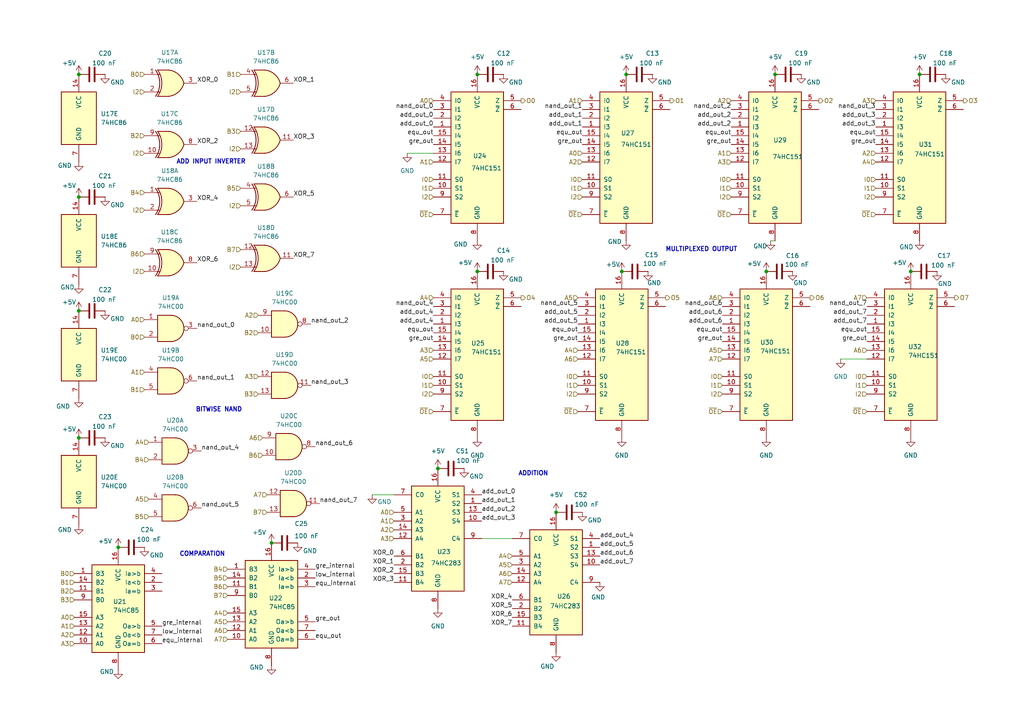
<source format=kicad_sch>
(kicad_sch (version 20250114) (generator "eeschema") (generator_version "9.0")
  (paper "A4")
  (title_block (title "ALU") (date "2025-09-14") (rev "1") (company "Sergio Miguéns Iglesias"))
  (lib_symbols
    (symbol "74xx:74HC00" (pin_names (offset 1.016))
      (property "Reference" "U" (at 0 1.27 0))
      (property "Value" "74HC00" (at 0 -1.27 0))
      (symbol "74HC00_1_1"
        (pin input line (at -7.62 2.54 0) (length 3.81) (name "~") (number "1"))
        (pin input line (at -7.62 -2.54 0) (length 3.81) (name "~") (number "2"))
        (pin output inverted (at 7.62 0 180) (length 3.81) (name "~") (number "3"))
      )
      (symbol "74HC00_1_2"
        (pin input inverted (at -7.62 2.54 0) (length 4.318) (name "~") (number "1"))
        (pin input inverted (at -7.62 -2.54 0) (length 4.318) (name "~") (number "2"))
        (pin output line (at 7.62 0 180) (length 3.81) (name "~") (number "3"))
      )
      (symbol "74HC00_2_1"
        (pin input line (at -7.62 2.54 0) (length 3.81) (name "~") (number "4"))
        (pin input line (at -7.62 -2.54 0) (length 3.81) (name "~") (number "5"))
        (pin output inverted (at 7.62 0 180) (length 3.81) (name "~") (number "6"))
      )
      (symbol "74HC00_2_2"
        (pin input inverted (at -7.62 2.54 0) (length 4.318) (name "~") (number "4"))
        (pin input inverted (at -7.62 -2.54 0) (length 4.318) (name "~") (number "5"))
        (pin output line (at 7.62 0 180) (length 3.81) (name "~") (number "6"))
      )
      (symbol "74HC00_3_1"
        (pin input line (at -7.62 2.54 0) (length 3.81) (name "~") (number "9"))
        (pin input line (at -7.62 -2.54 0) (length 3.81) (name "~") (number "10"))
        (pin output inverted (at 7.62 0 180) (length 3.81) (name "~") (number "8"))
      )
      (symbol "74HC00_3_2"
        (pin input inverted (at -7.62 2.54 0) (length 4.318) (name "~") (number "9"))
        (pin input inverted (at -7.62 -2.54 0) (length 4.318) (name "~") (number "10"))
        (pin output line (at 7.62 0 180) (length 3.81) (name "~") (number "8"))
      )
      (symbol "74HC00_4_1"
        (pin input line (at -7.62 2.54 0) (length 3.81) (name "~") (number "12"))
        (pin input line (at -7.62 -2.54 0) (length 3.81) (name "~") (number "13"))
        (pin output inverted (at 7.62 0 180) (length 3.81) (name "~") (number "11"))
      )
      (symbol "74HC00_4_2"
        (pin input inverted (at -7.62 2.54 0) (length 4.318) (name "~") (number "12"))
        (pin input inverted (at -7.62 -2.54 0) (length 4.318) (name "~") (number "13"))
        (pin output line (at 7.62 0 180) (length 3.81) (name "~") (number "11"))
      )
      (symbol "74HC00_5_0"
        (pin power_in line (at 0 12.7 270) (length 5.08) (name "VCC") (number "14"))
        (pin power_in line (at 0 -12.7 90) (length 5.08) (name "GND") (number "7"))
      )
    )
    (symbol "74xx:74HC85" (pin_names (offset 1.016))
      (property "Reference" "U" (at -7.62 13.97 0))
      (property "Value" "74HC85" (at -7.62 -13.97 0))
      (symbol "74HC85_1_0"
        (pin input line (at -12.7 10.16 0) (length 5.08) (name "B3") (number "1"))
        (pin input line (at -12.7 7.62 0) (length 5.08) (name "B2") (number "14"))
        (pin input line (at -12.7 5.08 0) (length 5.08) (name "B1") (number "11"))
        (pin input line (at -12.7 2.54 0) (length 5.08) (name "B0") (number "9"))
        (pin input line (at -12.7 -2.54 0) (length 5.08) (name "A3") (number "15"))
        (pin input line (at -12.7 -5.08 0) (length 5.08) (name "A2") (number "13"))
        (pin input line (at -12.7 -7.62 0) (length 5.08) (name "A1") (number "12"))
        (pin input line (at -12.7 -10.16 0) (length 5.08) (name "A0") (number "10"))
        (pin power_in line (at 0 17.78 270) (length 5.08) (name "VCC") (number "16"))
        (pin power_in line (at 0 -17.78 90) (length 5.08) (name "GND") (number "8"))
        (pin input line (at 12.7 10.16 180) (length 5.08) (name "Ia>b") (number "4"))
        (pin input line (at 12.7 7.62 180) (length 5.08) (name "Ia<b") (number "2"))
        (pin input line (at 12.7 5.08 180) (length 5.08) (name "Ia=b") (number "3"))
        (pin output line (at 12.7 -5.08 180) (length 5.08) (name "Oa>b") (number "5"))
        (pin output line (at 12.7 -7.62 180) (length 5.08) (name "Oa<b") (number "7"))
        (pin output line (at 12.7 -10.16 180) (length 5.08) (name "Oa=b") (number "6"))
      )
    )
    (symbol "74xx:74HC86" (pin_names (offset 1.016))
      (property "Reference" "U" (at 0 1.27 0))
      (property "Value" "74HC86" (at 0 -1.27 0))
      (symbol "74HC86_1_0"
        (pin input line (at -7.62 2.54 0) (length 4.445) (name "~") (number "1"))
        (pin input line (at -7.62 -2.54 0) (length 4.445) (name "~") (number "2"))
        (pin output line (at 7.62 0 180) (length 3.81) (name "~") (number "3"))
      )
      (symbol "74HC86_2_0"
        (pin input line (at -7.62 2.54 0) (length 4.445) (name "~") (number "4"))
        (pin input line (at -7.62 -2.54 0) (length 4.445) (name "~") (number "5"))
        (pin output line (at 7.62 0 180) (length 3.81) (name "~") (number "6"))
      )
      (symbol "74HC86_3_0"
        (pin input line (at -7.62 2.54 0) (length 4.445) (name "~") (number "9"))
        (pin input line (at -7.62 -2.54 0) (length 4.445) (name "~") (number "10"))
        (pin output line (at 7.62 0 180) (length 3.81) (name "~") (number "8"))
      )
      (symbol "74HC86_4_0"
        (pin input line (at -7.62 2.54 0) (length 4.445) (name "~") (number "12"))
        (pin input line (at -7.62 -2.54 0) (length 4.445) (name "~") (number "13"))
        (pin output line (at 7.62 0 180) (length 3.81) (name "~") (number "11"))
      )
      (symbol "74HC86_5_0"
        (pin power_in line (at 0 12.7 270) (length 5.08) (name "VCC") (number "14"))
        (pin power_in line (at 0 -12.7 90) (length 5.08) (name "GND") (number "7"))
      )
    )
    (symbol "74xx:74LS151" (pin_names (offset 1.016))
      (property "Reference" "U" (at -7.62 19.05 0))
      (property "Value" "74LS151" (at -7.62 -21.59 0))
      (symbol "74LS151_1_0"
        (pin input line (at -12.7 15.24 0) (length 5.08) (name "I0") (number "4"))
        (pin input line (at -12.7 12.7 0) (length 5.08) (name "I1") (number "3"))
        (pin input line (at -12.7 10.16 0) (length 5.08) (name "I2") (number "2"))
        (pin input line (at -12.7 7.62 0) (length 5.08) (name "I3") (number "1"))
        (pin input line (at -12.7 5.08 0) (length 5.08) (name "I4") (number "15"))
        (pin input line (at -12.7 2.54 0) (length 5.08) (name "I5") (number "14"))
        (pin input line (at -12.7 0 0) (length 5.08) (name "I6") (number "13"))
        (pin input line (at -12.7 -2.54 0) (length 5.08) (name "I7") (number "12"))
        (pin input line (at -12.7 -7.62 0) (length 5.08) (name "S0") (number "11"))
        (pin input line (at -12.7 -10.16 0) (length 5.08) (name "S1") (number "10"))
        (pin input line (at -12.7 -12.7 0) (length 5.08) (name "S2") (number "9"))
        (pin input line (at -12.7 -17.78 0) (length 5.08) (name "~{E}") (number "7"))
        (pin power_in line (at 0 22.86 270) (length 5.08) (name "VCC") (number "16"))
        (pin power_in line (at 0 -25.4 90) (length 5.08) (name "GND") (number "8"))
        (pin output line (at 12.7 15.24 180) (length 5.08) (name "Z") (number "5"))
        (pin output line (at 12.7 12.7 180) (length 5.08) (name "~{Z}") (number "6"))
      )
    )
    (symbol "Device:C" (pin_numbers (hide yes)) (pin_names (offset 0.254))
      (property "Reference" "C" (at 0.635 2.54 0))
      (property "Value" "C" (at 0.635 -2.54 0))
      (symbol "C_1_1"
        (pin passive line (at 0 3.81 270) (length 2.794) (name "~") (number "1"))
        (pin passive line (at 0 -3.81 90) (length 2.794) (name "~") (number "2"))
      )
    )
    (symbol "custom:74HC283" (pin_names (offset 1.016))
      (property "Reference" "U" (at -7.62 16.51 0))
      (property "Value" "74HC283" (at -7.62 -16.51 0))
      (symbol "74HC283_1_0"
        (pin input line (at -12.7 12.7 0) (length 5.08) (name "C0") (number "7"))
        (pin input line (at -12.7 7.62 0) (length 5.08) (name "A1") (number "5"))
        (pin input line (at -12.7 5.08 0) (length 5.08) (name "A2") (number "3"))
        (pin input line (at -12.7 2.54 0) (length 5.08) (name "A3") (number "14"))
        (pin input line (at -12.7 0 0) (length 5.08) (name "A4") (number "12"))
        (pin input line (at -12.7 -5.08 0) (length 5.08) (name "B1") (number "6"))
        (pin input line (at -12.7 -7.62 0) (length 5.08) (name "B2") (number "2"))
        (pin input line (at -12.7 -10.16 0) (length 5.08) (name "B3") (number "15"))
        (pin input line (at -12.7 -12.7 0) (length 5.08) (name "B4") (number "11"))
        (pin power_in line (at 0 20.32 270) (length 5.08) (name "VCC") (number "16"))
        (pin power_in line (at 0 -20.32 90) (length 5.08) (name "GND") (number "8"))
        (pin output line (at 12.7 12.7 180) (length 5.08) (name "S1") (number "4"))
        (pin output line (at 12.7 10.16 180) (length 5.08) (name "S2") (number "1"))
        (pin output line (at 12.7 7.62 180) (length 5.08) (name "S3") (number "13"))
        (pin output line (at 12.7 5.08 180) (length 5.08) (name "S4") (number "10"))
        (pin output line (at 12.7 0 180) (length 5.08) (name "C4") (number "9"))
      )
    )
    (symbol "power:+5V" (power) (pin_numbers (hide yes)) (pin_names (offset 0) (hide yes))
      (property "Value" "+5V" (at 0 3.556 0))
      (symbol "+5V_1_1"
        (pin power_in line (at 0 0 90) (length 0) (name "~") (number "1"))
      )
    )
    (symbol "power:GND" (power) (pin_numbers (hide yes)) (pin_names (offset 0) (hide yes))
      (property "Value" "GND" (at 0 -3.81 0))
      (symbol "GND_1_1"
        (pin power_in line (at 0 0 270) (length 0) (name "~") (number "1"))
      )
    )
  )
  (text "BITWISE NAND" (at 63.5 118.872 0) (effects (font (size 1.27 1.27) (thickness 0.254) (bold yes))))
  (text "MULTIPLEXED OUTPUT" (at 203.454 72.39 0) (effects (font (size 1.27 1.27) (thickness 0.254) (bold yes))))
  (text "COMPARATION" (at 58.674 160.782 0) (effects (font (size 1.27 1.27) (thickness 0.254) (bold yes))))
  (text "ADDITION" (at 154.686 137.414 0) (effects (font (size 1.27 1.27) (thickness 0.254) (bold yes))))
  (text "ADD INPUT INVERTER" (at 61.214 46.99 0) (effects (font (size 1.27 1.27) (thickness 0.254) (bold yes))))
  (junction (at 22.86 21.59))
  (junction (at 266.7 21.59))
  (junction (at 161.29 148.59))
  (junction (at 138.43 78.74))
  (junction (at 138.43 21.59))
  (junction (at 22.86 57.15))
  (junction (at 264.16 78.74))
  (junction (at 34.29 158.75))
  (junction (at 78.74 157.48))
  (junction (at 181.61 21.59))
  (junction (at 22.86 127))
  (junction (at 180.34 78.74))
  (junction (at 127 135.89))
  (junction (at 224.79 21.59))
  (junction (at 222.25 78.74))
  (junction (at 22.86 90.17))
  (wire (pts (xy 243.84 104.14) (xy 251.46 104.14)))
  (wire (pts (xy 107.95 143.51) (xy 114.3 143.51)))
  (wire (pts (xy 223.52 69.85) (xy 224.79 69.85)))
  (wire (pts (xy 118.11 44.45) (xy 125.73 44.45)))
  (wire (pts (xy 139.7 156.21) (xy 148.59 156.21)))
  (label "add_out_4" (at 125.73 93.98 180))
  (label "gre_internal" (at 46.99 181.61 0))
  (label "add_out_0" (at 139.7 143.51 0))
  (label "nand_out_6" (at 209.55 88.9 180))
  (label "nand_out_5" (at 167.64 88.9 180))
  (label "nand_out_2" (at 212.09 31.75 180))
  (label "nand_out_2" (at 90.17 93.98 0))
  (label "XOR_4" (at 57.15 58.42 0))
  (label "XOR_2" (at 57.15 41.91 0))
  (label "gre_internal" (at 91.44 165.1 0))
  (label "XOR_1" (at 85.09 24.13 0))
  (label "add_out_7" (at 251.46 93.98 180))
  (label "gre_out" (at 254 41.91 180))
  (label "add_out_1" (at 168.91 34.29 180))
  (label "XOR_4" (at 148.59 173.99 180))
  (label "equ_out" (at 125.73 39.37 180))
  (label "equ_out" (at 125.73 96.52 180))
  (label "XOR_3" (at 85.09 40.64 0))
  (label "nand_out_0" (at 125.73 31.75 180))
  (label "nand_out_3" (at 254 31.75 180))
  (label "add_out_4" (at 173.99 156.21 0))
  (label "add_out_5" (at 173.99 158.75 0))
  (label "low_internal" (at 46.99 184.15 0))
  (label "nand_out_5" (at 58.42 147.32 0))
  (label "add_out_7" (at 173.99 163.83 0))
  (label "XOR_5" (at 85.09 57.15 0))
  (label "equ_out" (at 251.46 96.52 180))
  (label "gre_out" (at 125.73 41.91 180))
  (label "add_out_7" (at 251.46 91.44 180))
  (label "gre_out" (at 91.44 180.34 0))
  (label "add_out_1" (at 139.7 146.05 0))
  (label "XOR_6" (at 148.59 179.07 180))
  (label "add_out_6" (at 209.55 91.44 180))
  (label "equ_out" (at 168.91 39.37 180))
  (label "nand_out_7" (at 92.71 146.05 0))
  (label "XOR_5" (at 148.59 176.53 180))
  (label "add_out_0" (at 125.73 36.83 180))
  (label "equ_out" (at 167.64 96.52 180))
  (label "nand_out_3" (at 90.17 111.76 0))
  (label "low_internal" (at 91.44 167.64 0))
  (label "equ_out" (at 91.44 185.42 0))
  (label "gre_out" (at 251.46 99.06 180))
  (label "nand_out_4" (at 125.73 88.9 180))
  (label "gre_out" (at 167.64 99.06 180))
  (label "gre_out" (at 168.91 41.91 180))
  (label "add_out_3" (at 254 36.83 180))
  (label "equ_out" (at 254 39.37 180))
  (label "equ_out" (at 209.55 96.52 180))
  (label "add_out_4" (at 125.73 91.44 180))
  (label "add_out_3" (at 139.7 151.13 0))
  (label "add_out_6" (at 173.99 161.29 0))
  (label "XOR_0" (at 114.3 161.29 180))
  (label "nand_out_4" (at 58.42 130.81 0))
  (label "add_out_2" (at 212.09 36.83 180))
  (label "gre_out" (at 212.09 41.91 180))
  (label "nand_out_7" (at 251.46 88.9 180))
  (label "XOR_3" (at 114.3 168.91 180))
  (label "XOR_1" (at 114.3 163.83 180))
  (label "equ_internal" (at 46.99 186.69 0))
  (label "add_out_2" (at 212.09 34.29 180))
  (label "add_out_3" (at 254 34.29 180))
  (label "add_out_5" (at 167.64 91.44 180))
  (label "add_out_5" (at 167.64 93.98 180))
  (label "nand_out_1" (at 57.15 110.49 0))
  (label "add_out_1" (at 168.91 36.83 180))
  (label "add_out_2" (at 139.7 148.59 0))
  (label "gre_out" (at 209.55 99.06 180))
  (label "XOR_6" (at 57.15 76.2 0))
  (label "XOR_2" (at 114.3 166.37 180))
  (label "add_out_0" (at 125.73 34.29 180))
  (label "add_out_6" (at 209.55 93.98 180))
  (label "gre_out" (at 125.73 99.06 180))
  (label "nand_out_0" (at 57.15 95.25 0))
  (label "XOR_7" (at 85.09 74.93 0))
  (label "nand_out_6" (at 91.44 129.54 0))
  (label "equ_out" (at 212.09 39.37 180))
  (label "nand_out_1" (at 168.91 31.75 180))
  (label "XOR_7" (at 148.59 181.61 180))
  (label "equ_internal" (at 91.44 170.18 0))
  (label "XOR_0" (at 57.15 24.13 0))
  (hierarchical_label "I2" (shape input) (at 69.85 77.47 180))
  (hierarchical_label "A1" (shape input) (at 125.73 46.99 180))
  (hierarchical_label "A3" (shape input) (at 114.3 156.21 180))
  (hierarchical_label "B7" (shape input) (at 69.85 72.39 180))
  (hierarchical_label "A6" (shape input) (at 76.2 127 180))
  (hierarchical_label "A4" (shape input) (at 43.18 128.27 180))
  (hierarchical_label "A5" (shape input) (at 125.73 104.14 180))
  (hierarchical_label "B3" (shape input) (at 74.93 114.3 180))
  (hierarchical_label "A5" (shape input) (at 167.64 86.36 180))
  (hierarchical_label "A6" (shape input) (at 66.04 182.88 180))
  (hierarchical_label "O0" (shape output) (at 151.13 29.21 0))
  (hierarchical_label "A7" (shape input) (at 251.46 86.36 180))
  (hierarchical_label "~{OE}" (shape input) (at 125.73 62.23 180))
  (hierarchical_label "B3" (shape input) (at 69.85 38.1 180))
  (hierarchical_label "B2" (shape input) (at 74.93 96.52 180))
  (hierarchical_label "A3" (shape input) (at 125.73 101.6 180))
  (hierarchical_label "I0" (shape input) (at 167.64 109.22 180))
  (hierarchical_label "I1" (shape input) (at 212.09 54.61 180))
  (hierarchical_label "B6" (shape input) (at 66.04 170.18 180))
  (hierarchical_label "A1" (shape input) (at 212.09 44.45 180))
  (hierarchical_label "A4" (shape input) (at 167.64 101.6 180))
  (hierarchical_label "B0" (shape input) (at 21.59 166.37 180))
  (hierarchical_label "~{OE}" (shape input) (at 167.64 119.38 180))
  (hierarchical_label "I1" (shape input) (at 254 54.61 180))
  (hierarchical_label "B3" (shape input) (at 21.59 173.99 180))
  (hierarchical_label "I0" (shape input) (at 254 52.07 180))
  (hierarchical_label "O5" (shape output) (at 193.04 86.36 0))
  (hierarchical_label "A4" (shape input) (at 148.59 161.29 180))
  (hierarchical_label "A7" (shape input) (at 77.47 143.51 180))
  (hierarchical_label "O4" (shape output) (at 151.13 86.36 0))
  (hierarchical_label "I2" (shape input) (at 212.09 57.15 180))
  (hierarchical_label "~{OE}" (shape input) (at 254 62.23 180))
  (hierarchical_label "B4" (shape input) (at 66.04 165.1 180))
  (hierarchical_label "A7" (shape input) (at 148.59 168.91 180))
  (hierarchical_label "I2" (shape input) (at 168.91 57.15 180))
  (hierarchical_label "A4" (shape input) (at 66.04 177.8 180))
  (hierarchical_label "I2" (shape input) (at 125.73 57.15 180))
  (hierarchical_label "A3" (shape input) (at 212.09 46.99 180))
  (hierarchical_label "B5" (shape input) (at 69.85 54.61 180))
  (hierarchical_label "B6" (shape input) (at 76.2 132.08 180))
  (hierarchical_label "I2" (shape input) (at 69.85 43.18 180))
  (hierarchical_label "A0" (shape input) (at 168.91 44.45 180))
  (hierarchical_label "B0" (shape input) (at 41.91 21.59 180))
  (hierarchical_label "~{OE}" (shape input) (at 125.73 119.38 180))
  (hierarchical_label "A0" (shape input) (at 125.73 29.21 180))
  (hierarchical_label "~{OE}" (shape input) (at 251.46 119.38 180))
  (hierarchical_label "I0" (shape input) (at 251.46 109.22 180))
  (hierarchical_label "B5" (shape input) (at 66.04 167.64 180))
  (hierarchical_label "A5" (shape input) (at 43.18 144.78 180))
  (hierarchical_label "I2" (shape input) (at 125.73 114.3 180))
  (hierarchical_label "O1" (shape output) (at 194.31 29.21 0))
  (hierarchical_label "I1" (shape input) (at 125.73 111.76 180))
  (hierarchical_label "B4" (shape input) (at 43.18 133.35 180))
  (hierarchical_label "I1" (shape input) (at 167.64 111.76 180))
  (hierarchical_label "I0" (shape input) (at 209.55 109.22 180))
  (hierarchical_label "I2" (shape input) (at 41.91 26.67 180))
  (hierarchical_label "O3" (shape output) (at 279.4 29.21 0))
  (hierarchical_label "A2" (shape input) (at 21.59 184.15 180))
  (hierarchical_label "I2" (shape input) (at 41.91 78.74 180))
  (hierarchical_label "A6" (shape input) (at 251.46 101.6 180))
  (hierarchical_label "A3" (shape input) (at 254 29.21 180))
  (hierarchical_label "~{OE}" (shape input) (at 209.55 119.38 180))
  (hierarchical_label "I2" (shape input) (at 41.91 60.96 180))
  (hierarchical_label "B2" (shape input) (at 21.59 171.45 180))
  (hierarchical_label "~{OE}" (shape input) (at 212.09 62.23 180))
  (hierarchical_label "I2" (shape input) (at 41.91 44.45 180))
  (hierarchical_label "A5" (shape input) (at 148.59 163.83 180))
  (hierarchical_label "A5" (shape input) (at 66.04 180.34 180))
  (hierarchical_label "B1" (shape input) (at 21.59 168.91 180))
  (hierarchical_label "A1" (shape input) (at 114.3 151.13 180))
  (hierarchical_label "I2" (shape input) (at 69.85 26.67 180))
  (hierarchical_label "A7" (shape input) (at 66.04 185.42 180))
  (hierarchical_label "A3" (shape input) (at 74.93 109.22 180))
  (hierarchical_label "A6" (shape input) (at 209.55 86.36 180))
  (hierarchical_label "B4" (shape input) (at 41.91 55.88 180))
  (hierarchical_label "I1" (shape input) (at 251.46 111.76 180))
  (hierarchical_label "I0" (shape input) (at 125.73 52.07 180))
  (hierarchical_label "A2" (shape input) (at 74.93 91.44 180))
  (hierarchical_label "A0" (shape input) (at 41.91 92.71 180))
  (hierarchical_label "A2" (shape input) (at 114.3 153.67 180))
  (hierarchical_label "A4" (shape input) (at 254 46.99 180))
  (hierarchical_label "O7" (shape output) (at 276.86 86.36 0))
  (hierarchical_label "I2" (shape input) (at 254 57.15 180))
  (hierarchical_label "A2" (shape input) (at 254 44.45 180))
  (hierarchical_label "I1" (shape input) (at 125.73 54.61 180))
  (hierarchical_label "A6" (shape input) (at 148.59 166.37 180))
  (hierarchical_label "A1" (shape input) (at 168.91 29.21 180))
  (hierarchical_label "A2" (shape input) (at 212.09 29.21 180))
  (hierarchical_label "O2" (shape output) (at 237.49 29.21 0))
  (hierarchical_label "~{OE}" (shape input) (at 168.91 62.23 180))
  (hierarchical_label "A0" (shape input) (at 21.59 179.07 180))
  (hierarchical_label "B7" (shape input) (at 77.47 148.59 180))
  (hierarchical_label "B2" (shape input) (at 41.91 39.37 180))
  (hierarchical_label "B1" (shape input) (at 69.85 21.59 180))
  (hierarchical_label "A2" (shape input) (at 168.91 46.99 180))
  (hierarchical_label "O6" (shape output) (at 234.95 86.36 0))
  (hierarchical_label "I1" (shape input) (at 209.55 111.76 180))
  (hierarchical_label "A4" (shape input) (at 125.73 86.36 180))
  (hierarchical_label "I2" (shape input) (at 251.46 114.3 180))
  (hierarchical_label "I1" (shape input) (at 168.91 54.61 180))
  (hierarchical_label "I2" (shape input) (at 69.85 59.69 180))
  (hierarchical_label "B7" (shape input) (at 66.04 172.72 180))
  (hierarchical_label "I0" (shape input) (at 212.09 52.07 180))
  (hierarchical_label "I0" (shape input) (at 168.91 52.07 180))
  (hierarchical_label "A1" (shape input) (at 21.59 181.61 180))
  (hierarchical_label "B0" (shape input) (at 41.91 97.79 180))
  (hierarchical_label "A5" (shape input) (at 209.55 101.6 180))
  (hierarchical_label "I0" (shape input) (at 125.73 109.22 180))
  (hierarchical_label "B5" (shape input) (at 43.18 149.86 180))
  (hierarchical_label "B6" (shape input) (at 41.91 73.66 180))
  (hierarchical_label "A1" (shape input) (at 41.91 107.95 180))
  (hierarchical_label "A6" (shape input) (at 167.64 104.14 180))
  (hierarchical_label "I2" (shape input) (at 209.55 114.3 180))
  (hierarchical_label "A7" (shape input) (at 209.55 104.14 180))
  (hierarchical_label "I2" (shape input) (at 167.64 114.3 180))
  (hierarchical_label "A3" (shape input) (at 21.59 186.69 180))
  (hierarchical_label "A0" (shape input) (at 114.3 148.59 180))
  (hierarchical_label "B1" (shape input) (at 41.91 113.03 180))
  (symbol (lib_id "power:GND") (at 173.99 168.91 0) (unit 1)
    (property "Reference" "#PWR069" (effects (hide yes)))
    (property "Value" "GND" (at 173.482 173.228 0))
    (property "Description" "Power symbol creates a global label with name \"GND\" , ground" (effects (hide yes)))
  )
  (symbol (lib_id "Device:C") (at 142.24 21.59 90) (unit 1)
    (property "Reference" "C12" (at 146.05 15.494 90))
    (property "Value" "100 nF" (at 145.796 18.288 90))
    (property "Description" "Unpolarized capacitor" (effects (hide yes)))
  )
  (symbol (lib_id "74xx:74LS151") (at 180.34 101.6 0) (unit 1)
    (property "Reference" "U28" (at 178.562 99.568 0) (effects (justify left)))
    (property "Value" "74HC151" (at 178.562 102.108 0) (effects (justify left)))
    (property "Footprint" "Package_DIP:DIP-16_W7.62mm" (effects (hide yes)))
    (property "Datasheet" "http://www.ti.com/lit/gpn/sn74LS151" (effects (hide yes)))
    (property "Description" "Multiplexer 8 to 1" (effects (hide yes)))
  )
  (symbol (lib_id "Device:C") (at 26.67 90.17 90) (unit 1)
    (property "Reference" "C22" (at 30.48 84.074 90))
    (property "Value" "100 nF" (at 30.226 86.868 90))
    (property "Description" "Unpolarized capacitor" (effects (hide yes)))
  )
  (symbol (lib_id "74xx:74HC00") (at 49.53 110.49 0) (unit 2)
    (property "Reference" "U19" (at 49.5217 101.6 0))
    (property "Value" "74HC00" (at 49.5217 104.14 0))
    (property "Footprint" "Package_DIP:DIP-14_W7.62mm" (effects (hide yes)))
    (property "Datasheet" "http://www.ti.com/lit/gpn/sn74hc00" (effects (hide yes)))
    (property "Description" "quad 2-input NAND gate" (effects (hide yes)))
  )
  (symbol (lib_id "power:GND") (at 138.43 69.85 0) (unit 1)
    (property "Reference" "#PWR064" (effects (hide yes)))
    (property "Value" "GND" (at 133.604 70.866 0))
    (property "Description" "Power symbol creates a global label with name \"GND\" , ground" (effects (hide yes)))
  )
  (symbol (lib_id "Device:C") (at 184.15 78.74 90) (unit 1)
    (property "Reference" "C15" (at 188.976 73.914 90))
    (property "Value" "100 nF" (at 189.992 76.454 90))
    (property "Description" "Unpolarized capacitor" (effects (hide yes)))
  )
  (symbol (lib_id "power:GND") (at 146.05 21.59 0) (unit 1)
    (property "Reference" "#PWR061" (effects (hide yes)))
    (property "Value" "GND" (at 149.606 23.876 0))
    (property "Description" "Power symbol creates a global label with name \"GND\" , ground" (effects (hide yes)))
  )
  (symbol (lib_id "power:GND") (at 232.41 21.59 0) (unit 1)
    (property "Reference" "#PWR084" (effects (hide yes)))
    (property "Value" "GND" (at 235.966 23.876 0))
    (property "Description" "Power symbol creates a global label with name \"GND\" , ground" (effects (hide yes)))
  )
  (symbol (lib_id "74xx:74LS151") (at 264.16 101.6 0) (unit 1)
    (property "Reference" "U32" (at 263.398 100.584 0) (effects (justify left)))
    (property "Value" "74HC151" (at 263.398 103.124 0) (effects (justify left)))
    (property "Footprint" "Package_DIP:DIP-16_W7.62mm" (effects (hide yes)))
    (property "Datasheet" "http://www.ti.com/lit/gpn/sn74LS151" (effects (hide yes)))
    (property "Description" "Multiplexer 8 to 1" (effects (hide yes)))
  )
  (symbol (lib_id "74xx:74HC00") (at 50.8 130.81 0) (unit 1)
    (property "Reference" "U20" (at 50.7917 121.92 0))
    (property "Value" "74HC00" (at 50.7917 124.46 0))
    (property "Footprint" "Package_DIP:DIP-14_W7.62mm" (effects (hide yes)))
    (property "Datasheet" "http://www.ti.com/lit/gpn/sn74hc00" (effects (hide yes)))
    (property "Description" "quad 2-input NAND gate" (effects (hide yes)))
  )
  (symbol (lib_id "power:GND") (at 189.23 21.59 0) (unit 1)
    (property "Reference" "#PWR062" (effects (hide yes)))
    (property "Value" "GND" (at 192.786 23.876 0))
    (property "Description" "Power symbol creates a global label with name \"GND\" , ground" (effects (hide yes)))
  )
  (symbol (lib_id "Device:C") (at 185.42 21.59 90) (unit 1)
    (property "Reference" "C13" (at 189.23 15.494 90))
    (property "Value" "100 nF" (at 188.976 18.288 90))
    (property "Description" "Unpolarized capacitor" (effects (hide yes)))
  )
  (symbol (lib_id "power:GND") (at 146.05 78.74 0) (unit 1)
    (property "Reference" "#PWR070" (effects (hide yes)))
    (property "Value" "GND" (at 149.606 81.026 0))
    (property "Description" "Power symbol creates a global label with name \"GND\" , ground" (effects (hide yes)))
  )
  (symbol (lib_id "power:+5V") (at 264.16 78.74 0) (unit 1)
    (property "Reference" "#PWR087" (effects (hide yes)))
    (property "Value" "+5V" (at 260.858 76.2 0))
    (property "Description" "Power symbol creates a global label with name \"+5V\"" (effects (hide yes)))
  )
  (symbol (lib_id "power:GND") (at 222.25 127 0) (unit 1)
    (property "Reference" "#PWR081" (effects (hide yes)))
    (property "Value" "GND" (at 222.25 132.08 0))
    (property "Description" "Power symbol creates a global label with name \"GND\" , ground" (effects (hide yes)))
  )
  (symbol (lib_id "power:GND") (at 138.43 127 0) (unit 1)
    (property "Reference" "#PWR066" (effects (hide yes)))
    (property "Value" "GND" (at 138.43 132.08 0))
    (property "Description" "Power symbol creates a global label with name \"GND\" , ground" (effects (hide yes)))
  )
  (symbol (lib_id "power:GND") (at 127 176.53 0) (unit 1)
    (property "Reference" "#PWR059" (effects (hide yes)))
    (property "Value" "GND" (at 127 181.61 0))
    (property "Description" "Power symbol creates a global label with name \"GND\" , ground" (effects (hide yes)))
  )
  (symbol (lib_id "74xx:74LS151") (at 266.7 44.45 0) (unit 1)
    (property "Reference" "U31" (at 266.446 41.91 0) (effects (justify left)))
    (property "Value" "74HC151" (at 265.176 44.704 0) (effects (justify left)))
    (property "Footprint" "Package_DIP:DIP-16_W7.62mm" (effects (hide yes)))
    (property "Datasheet" "http://www.ti.com/lit/gpn/sn74LS151" (effects (hide yes)))
    (property "Description" "Multiplexer 8 to 1" (effects (hide yes)))
  )
  (symbol (lib_id "power:+5V") (at 138.43 78.74 0) (unit 1)
    (property "Reference" "#PWR065" (effects (hide yes)))
    (property "Value" "+5V" (at 134.874 76.2 0))
    (property "Description" "Power symbol creates a global label with name \"+5V\"" (effects (hide yes)))
  )
  (symbol (lib_id "power:GND") (at 22.86 46.99 0) (unit 1)
    (property "Reference" "#PWR046" (effects (hide yes)))
    (property "Value" "GND" (at 18.796 48.006 0))
    (property "Description" "Power symbol creates a global label with name \"GND\" , ground" (effects (hide yes)))
  )
  (symbol (lib_id "power:GND") (at 271.78 78.74 0) (unit 1)
    (property "Reference" "#PWR077" (effects (hide yes)))
    (property "Value" "GND" (at 274.066 82.296 0))
    (property "Description" "Power symbol creates a global label with name \"GND\" , ground" (effects (hide yes)))
  )
  (symbol (lib_id "power:GND") (at 107.95 143.51 0) (unit 1)
    (property "Reference" "#PWR057" (effects (hide yes)))
    (property "Value" "GND" (at 111.506 145.542 0))
    (property "Description" "Power symbol creates a global label with name \"GND\" , ground" (effects (hide yes)))
  )
  (symbol (lib_id "74xx:74LS151") (at 224.79 44.45 0) (unit 1)
    (property "Reference" "U29" (at 224.282 40.64 0) (effects (justify left)))
    (property "Value" "74HC151" (at 224.028 45.466 0) (effects (justify left)))
    (property "Footprint" "Package_DIP:DIP-16_W7.62mm" (effects (hide yes)))
    (property "Datasheet" "http://www.ti.com/lit/gpn/sn74LS151" (effects (hide yes)))
    (property "Description" "Multiplexer 8 to 1" (effects (hide yes)))
  )
  (symbol (lib_id "power:+5V") (at 22.86 57.15 0) (unit 1)
    (property "Reference" "#PWR047" (effects (hide yes)))
    (property "Value" "+5V" (at 20.066 53.848 0))
    (property "Description" "Power symbol creates a global label with name \"+5V\"" (effects (hide yes)))
  )
  (symbol (lib_id "power:+5V") (at 127 135.89 0) (unit 1)
    (property "Reference" "#PWR058" (effects (hide yes)))
    (property "Value" "+5V" (at 127 130.81 0))
    (property "Description" "Power symbol creates a global label with name \"+5V\"" (effects (hide yes)))
  )
  (symbol (lib_id "power:GND") (at 161.29 189.23 0) (unit 1)
    (property "Reference" "#PWR068" (effects (hide yes)))
    (property "Value" "GND" (at 158.75 193.294 0))
    (property "Description" "Power symbol creates a global label with name \"GND\" , ground" (effects (hide yes)))
  )
  (symbol (lib_id "power:GND") (at 180.34 127 0) (unit 1)
    (property "Reference" "#PWR075" (effects (hide yes)))
    (property "Value" "GND" (at 180.34 132.08 0))
    (property "Description" "Power symbol creates a global label with name \"GND\" , ground" (effects (hide yes)))
  )
  (symbol (lib_id "power:GND") (at 181.61 69.85 0) (unit 1)
    (property "Reference" "#PWR073" (effects (hide yes)))
    (property "Value" "GND" (at 178.308 70.104 0))
    (property "Description" "Power symbol creates a global label with name \"GND\" , ground" (effects (hide yes)))
  )
  (symbol (lib_id "power:GND") (at 41.91 158.75 0) (unit 1)
    (property "Reference" "#PWR0162" (effects (hide yes)))
    (property "Value" "GND" (at 45.466 161.036 0))
    (property "Description" "Power symbol creates a global label with name \"GND\" , ground" (effects (hide yes)))
  )
  (symbol (lib_id "power:GND") (at 30.48 21.59 0) (unit 1)
    (property "Reference" "#PWR0158" (effects (hide yes)))
    (property "Value" "GND" (at 34.036 23.876 0))
    (property "Description" "Power symbol creates a global label with name \"GND\" , ground" (effects (hide yes)))
  )
  (symbol (lib_id "power:GND") (at 78.74 193.04 0) (unit 1)
    (property "Reference" "#PWR056" (effects (hide yes)))
    (property "Value" "GND" (at 74.422 193.548 0))
    (property "Description" "Power symbol creates a global label with name \"GND\" , ground" (effects (hide yes)))
  )
  (symbol (lib_id "74xx:74HC00") (at 22.86 102.87 0) (unit 5)
    (property "Reference" "U19" (at 29.21 101.5999 0) (effects (justify left)))
    (property "Value" "74HC00" (at 29.21 104.1399 0) (effects (justify left)))
    (property "Footprint" "Package_DIP:DIP-14_W7.62mm" (effects (hide yes)))
    (property "Datasheet" "http://www.ti.com/lit/gpn/sn74hc00" (effects (hide yes)))
    (property "Description" "quad 2-input NAND gate" (effects (hide yes)))
  )
  (symbol (lib_id "power:+5V") (at 181.61 21.59 0) (unit 1)
    (property "Reference" "#PWR072" (effects (hide yes)))
    (property "Value" "+5V" (at 181.61 16.51 0))
    (property "Description" "Power symbol creates a global label with name \"+5V\"" (effects (hide yes)))
  )
  (symbol (lib_id "Device:C") (at 142.24 78.74 90) (unit 1)
    (property "Reference" "C14" (at 146.05 72.644 90))
    (property "Value" "100 nF" (at 145.796 75.438 90))
    (property "Description" "Unpolarized capacitor" (effects (hide yes)))
  )
  (symbol (lib_id "74xx:74LS151") (at 181.61 44.45 0) (unit 1)
    (property "Reference" "U27" (at 180.086 38.608 0) (effects (justify left)))
    (property "Value" "74HC151" (at 180.086 41.91 0) (effects (justify left)))
    (property "Footprint" "Package_DIP:DIP-16_W7.62mm" (effects (hide yes)))
    (property "Datasheet" "http://www.ti.com/lit/gpn/sn74LS151" (effects (hide yes)))
    (property "Description" "Multiplexer 8 to 1" (effects (hide yes)))
  )
  (symbol (lib_id "power:GND") (at 86.36 157.48 0) (unit 1)
    (property "Reference" "#PWR0163" (effects (hide yes)))
    (property "Value" "GND" (at 89.916 159.766 0))
    (property "Description" "Power symbol creates a global label with name \"GND\" , ground" (effects (hide yes)))
  )
  (symbol (lib_id "power:GND") (at 22.86 82.55 0) (unit 1)
    (property "Reference" "#PWR048" (effects (hide yes)))
    (property "Value" "GND" (at 19.558 83.312 0))
    (property "Description" "Power symbol creates a global label with name \"GND\" , ground" (effects (hide yes)))
  )
  (symbol (lib_id "custom:74HC283") (at 161.29 168.91 0) (unit 1)
    (property "Reference" "U26" (at 161.544 172.974 0) (effects (justify left)))
    (property "Value" "74HC283" (at 159.512 175.768 0) (effects (justify left)))
    (property "Footprint" "Package_DIP:DIP-16_W7.62mm" (effects (hide yes)))
    (property "Datasheet" "http://www.ti.com/lit/gpn/sn74LS283" (effects (hide yes)))
    (property "Description" "4-bit full Adder" (effects (hide yes)))
  )
  (symbol (lib_id "power:GND") (at 266.7 69.85 0) (unit 1)
    (property "Reference" "#PWR086" (effects (hide yes)))
    (property "Value" "GND" (at 262.89 71.628 0))
    (property "Description" "Power symbol creates a global label with name \"GND\" , ground" (effects (hide yes)))
  )
  (symbol (lib_id "power:+5V") (at 22.86 90.17 0) (unit 1)
    (property "Reference" "#PWR049" (effects (hide yes)))
    (property "Value" "+5V" (at 20.066 87.63 0))
    (property "Description" "Power symbol creates a global label with name \"+5V\"" (effects (hide yes)))
  )
  (symbol (lib_id "74xx:74LS151") (at 138.43 44.45 0) (unit 1)
    (property "Reference" "U24" (at 137.16 45.212 0) (effects (justify left)))
    (property "Value" "74HC151" (at 136.652 48.768 0) (effects (justify left)))
    (property "Footprint" "Package_DIP:DIP-16_W7.62mm" (effects (hide yes)))
    (property "Datasheet" "http://www.ti.com/lit/gpn/sn74LS151" (effects (hide yes)))
    (property "Description" "Multiplexer 8 to 1" (effects (hide yes)))
  )
  (symbol (lib_id "74xx:74HC00") (at 83.82 129.54 0) (unit 3)
    (property "Reference" "U20" (at 83.8117 120.65 0))
    (property "Value" "74HC00" (at 83.8117 123.19 0))
    (property "Footprint" "Package_DIP:DIP-14_W7.62mm" (effects (hide yes)))
    (property "Datasheet" "http://www.ti.com/lit/gpn/sn74hc00" (effects (hide yes)))
    (property "Description" "quad 2-input NAND gate" (effects (hide yes)))
  )
  (symbol (lib_id "power:+5V") (at 161.29 148.59 0) (unit 1)
    (property "Reference" "#PWR067" (effects (hide yes)))
    (property "Value" "+5V" (at 161.29 143.51 0))
    (property "Description" "Power symbol creates a global label with name \"+5V\"" (effects (hide yes)))
  )
  (symbol (lib_id "Device:C") (at 226.06 78.74 90) (unit 1)
    (property "Reference" "C16" (at 229.87 74.168 90))
    (property "Value" "100 nF" (at 231.14 76.708 90))
    (property "Description" "Unpolarized capacitor" (effects (hide yes)))
  )
  (symbol (lib_id "power:GND") (at 118.11 44.45 0) (unit 1)
    (property "Reference" "#PWR060" (effects (hide yes)))
    (property "Value" "GND" (at 118.11 49.53 0))
    (property "Description" "Power symbol creates a global label with name \"GND\" , ground" (effects (hide yes)))
  )
  (symbol (lib_id "74xx:74HC85") (at 34.29 176.53 0) (unit 1)
    (property "Reference" "U21" (at 32.766 174.498 0) (effects (justify left)))
    (property "Value" "74HC85" (at 32.766 177.038 0) (effects (justify left)))
    (property "Footprint" "Package_DIP:DIP-16_W7.62mm" (effects (hide yes)))
    (property "Datasheet" "https://assets.nexperia.com/documents/data-sheet/74HC_HCT85.pdf" (effects (hide yes)))
    (property "Description" "4-bit Comparator" (effects (hide yes)))
  )
  (symbol (lib_id "power:GND") (at 22.86 152.4 0) (unit 1)
    (property "Reference" "#PWR052" (effects (hide yes)))
    (property "Value" "GND" (at 18.796 153.67 0))
    (property "Description" "Power symbol creates a global label with name \"GND\" , ground" (effects (hide yes)))
  )
  (symbol (lib_id "74xx:74HC00") (at 82.55 93.98 0) (unit 3)
    (property "Reference" "U19" (at 82.5417 85.09 0))
    (property "Value" "74HC00" (at 82.5417 87.63 0))
    (property "Footprint" "Package_DIP:DIP-14_W7.62mm" (effects (hide yes)))
    (property "Datasheet" "http://www.ti.com/lit/gpn/sn74hc00" (effects (hide yes)))
    (property "Description" "quad 2-input NAND gate" (effects (hide yes)))
  )
  (symbol (lib_id "74xx:74HC00") (at 85.09 146.05 0) (unit 4)
    (property "Reference" "U20" (at 85.0817 137.16 0))
    (property "Value" "74HC00" (at 85.0817 139.7 0))
    (property "Footprint" "Package_DIP:DIP-14_W7.62mm" (effects (hide yes)))
    (property "Datasheet" "http://www.ti.com/lit/gpn/sn74hc00" (effects (hide yes)))
    (property "Description" "quad 2-input NAND gate" (effects (hide yes)))
  )
  (symbol (lib_id "74xx:74HC86") (at 49.53 58.42 0) (unit 1)
    (property "Reference" "U18" (at 49.2252 49.53 0))
    (property "Value" "74HC86" (at 49.2252 52.07 0))
    (property "Footprint" "Package_DIP:DIP-14_W7.62mm" (effects (hide yes)))
    (property "Datasheet" "http://www.ti.com/lit/gpn/sn74HC86" (effects (hide yes)))
    (property "Description" "Quad 2-input XOR" (effects (hide yes)))
  )
  (symbol (lib_id "74xx:74HC86") (at 49.53 41.91 0) (unit 3)
    (property "Reference" "U17" (at 49.2252 33.02 0))
    (property "Value" "74HC86" (at 49.2252 35.56 0))
    (property "Footprint" "Package_DIP:DIP-14_W7.62mm" (effects (hide yes)))
    (property "Datasheet" "http://www.ti.com/lit/gpn/sn74HC86" (effects (hide yes)))
    (property "Description" "Quad 2-input XOR" (effects (hide yes)))
  )
  (symbol (lib_id "74xx:74HC85") (at 78.74 175.26 0) (unit 1)
    (property "Reference" "U22" (at 77.978 173.482 0) (effects (justify left)))
    (property "Value" "74HC85" (at 77.978 176.022 0) (effects (justify left)))
    (property "Footprint" "Package_DIP:DIP-16_W7.62mm" (effects (hide yes)))
    (property "Datasheet" "https://assets.nexperia.com/documents/data-sheet/74HC_HCT85.pdf" (effects (hide yes)))
    (property "Description" "4-bit Comparator" (effects (hide yes)))
  )
  (symbol (lib_id "74xx:74HC00") (at 22.86 139.7 0) (unit 5)
    (property "Reference" "U20" (at 29.21 138.4299 0) (effects (justify left)))
    (property "Value" "74HC00" (at 29.21 140.9699 0) (effects (justify left)))
    (property "Footprint" "Package_DIP:DIP-14_W7.62mm" (effects (hide yes)))
    (property "Datasheet" "http://www.ti.com/lit/gpn/sn74hc00" (effects (hide yes)))
    (property "Description" "quad 2-input NAND gate" (effects (hide yes)))
  )
  (symbol (lib_id "power:+5V") (at 22.86 127 0) (unit 1)
    (property "Reference" "#PWR051" (effects (hide yes)))
    (property "Value" "+5V" (at 20.066 124.46 0))
    (property "Description" "Power symbol creates a global label with name \"+5V\"" (effects (hide yes)))
  )
  (symbol (lib_id "74xx:74HC86") (at 77.47 40.64 0) (unit 4)
    (property "Reference" "U17" (at 77.1652 31.75 0))
    (property "Value" "74HC86" (at 77.1652 34.29 0))
    (property "Footprint" "Package_DIP:DIP-14_W7.62mm" (effects (hide yes)))
    (property "Datasheet" "http://www.ti.com/lit/gpn/sn74HC86" (effects (hide yes)))
    (property "Description" "Quad 2-input XOR" (effects (hide yes)))
  )
  (symbol (lib_id "power:+5V") (at 180.34 78.74 0) (unit 1)
    (property "Reference" "#PWR074" (effects (hide yes)))
    (property "Value" "+5V" (at 177.8 76.708 0))
    (property "Description" "Power symbol creates a global label with name \"+5V\"" (effects (hide yes)))
  )
  (symbol (lib_id "Device:C") (at 267.97 78.74 90) (unit 1)
    (property "Reference" "C17" (at 273.812 74.168 90))
    (property "Value" "100 nF" (at 273.558 76.962 90))
    (property "Description" "Unpolarized capacitor" (effects (hide yes)))
  )
  (symbol (lib_id "power:GND") (at 274.32 21.59 0) (unit 1)
    (property "Reference" "#PWR083" (effects (hide yes)))
    (property "Value" "GND" (at 277.876 23.876 0))
    (property "Description" "Power symbol creates a global label with name \"GND\" , ground" (effects (hide yes)))
  )
  (symbol (lib_id "Device:C") (at 26.67 57.15 90) (unit 1)
    (property "Reference" "C21" (at 30.48 51.054 90))
    (property "Value" "100 nF" (at 30.226 53.848 90))
    (property "Description" "Unpolarized capacitor" (effects (hide yes)))
  )
  (symbol (lib_id "power:GND") (at 168.91 148.59 0) (unit 1)
    (property "Reference" "#PWR0190" (effects (hide yes)))
    (property "Value" "GND" (at 172.466 150.876 0))
    (property "Description" "Power symbol creates a global label with name \"GND\" , ground" (effects (hide yes)))
  )
  (symbol (lib_id "power:+5V") (at 78.74 157.48 0) (unit 1)
    (property "Reference" "#PWR055" (effects (hide yes)))
    (property "Value" "+5V" (at 75.184 154.432 0))
    (property "Description" "Power symbol creates a global label with name \"+5V\"" (effects (hide yes)))
  )
  (symbol (lib_id "74xx:74HC86") (at 77.47 74.93 0) (unit 4)
    (property "Reference" "U18" (at 77.1652 66.04 0))
    (property "Value" "74HC86" (at 77.1652 68.58 0))
    (property "Footprint" "Package_DIP:DIP-14_W7.62mm" (effects (hide yes)))
    (property "Datasheet" "http://www.ti.com/lit/gpn/sn74HC86" (effects (hide yes)))
    (property "Description" "Quad 2-input XOR" (effects (hide yes)))
  )
  (symbol (lib_id "power:+5V") (at 222.25 78.74 0) (unit 1)
    (property "Reference" "#PWR080" (effects (hide yes)))
    (property "Value" "+5V" (at 218.694 76.454 0))
    (property "Description" "Power symbol creates a global label with name \"+5V\"" (effects (hide yes)))
  )
  (symbol (lib_id "custom:74HC283") (at 127 156.21 0) (unit 1)
    (property "Reference" "U23" (at 126.746 160.02 0) (effects (justify left)))
    (property "Value" "74HC283" (at 124.968 163.322 0) (effects (justify left)))
    (property "Footprint" "Package_DIP:DIP-16_W7.62mm" (effects (hide yes)))
    (property "Datasheet" "http://www.ti.com/lit/gpn/sn74LS283" (effects (hide yes)))
    (property "Description" "4-bit full Adder" (effects (hide yes)))
  )
  (symbol (lib_id "Device:C") (at 38.1 158.75 90) (unit 1)
    (property "Reference" "C24" (at 42.672 153.67 90))
    (property "Value" "100 nF" (at 43.18 156.464 90))
    (property "Description" "Unpolarized capacitor" (effects (hide yes)))
  )
  (symbol (lib_id "power:GND") (at 229.87 78.74 0) (unit 1)
    (property "Reference" "#PWR076" (effects (hide yes)))
    (property "Value" "GND" (at 232.156 82.042 0))
    (property "Description" "Power symbol creates a global label with name \"GND\" , ground" (effects (hide yes)))
  )
  (symbol (lib_id "power:GND") (at 30.48 57.15 0) (unit 1)
    (property "Reference" "#PWR0159" (effects (hide yes)))
    (property "Value" "GND" (at 34.036 59.436 0))
    (property "Description" "Power symbol creates a global label with name \"GND\" , ground" (effects (hide yes)))
  )
  (symbol (lib_id "74xx:74HC00") (at 50.8 147.32 0) (unit 2)
    (property "Reference" "U20" (at 50.7917 138.43 0))
    (property "Value" "74HC00" (at 50.7917 140.97 0))
    (property "Footprint" "Package_DIP:DIP-14_W7.62mm" (effects (hide yes)))
    (property "Datasheet" "http://www.ti.com/lit/gpn/sn74hc00" (effects (hide yes)))
    (property "Description" "quad 2-input NAND gate" (effects (hide yes)))
  )
  (symbol (lib_id "power:GND") (at 264.16 127 0) (unit 1)
    (property "Reference" "#PWR088" (effects (hide yes)))
    (property "Value" "GND" (at 264.16 132.08 0))
    (property "Description" "Power symbol creates a global label with name \"GND\" , ground" (effects (hide yes)))
  )
  (symbol (lib_id "power:+5V") (at 138.43 21.59 0) (unit 1)
    (property "Reference" "#PWR063" (effects (hide yes)))
    (property "Value" "+5V" (at 138.43 16.51 0))
    (property "Description" "Power symbol creates a global label with name \"+5V\"" (effects (hide yes)))
  )
  (symbol (lib_id "power:GND") (at 22.86 115.57 0) (unit 1)
    (property "Reference" "#PWR050" (effects (hide yes)))
    (property "Value" "GND" (at 18.288 117.856 0))
    (property "Description" "Power symbol creates a global label with name \"GND\" , ground" (effects (hide yes)))
  )
  (symbol (lib_id "power:GND") (at 223.52 69.85 0) (unit 1)
    (property "Reference" "#PWR079" (effects (hide yes)))
    (property "Value" "GND" (at 220.472 71.374 0))
    (property "Description" "Power symbol creates a global label with name \"GND\" , ground" (effects (hide yes)))
  )
  (symbol (lib_id "Device:C") (at 26.67 21.59 90) (unit 1)
    (property "Reference" "C20" (at 30.48 15.494 90))
    (property "Value" "100 nF" (at 30.226 18.288 90))
    (property "Description" "Unpolarized capacitor" (effects (hide yes)))
  )
  (symbol (lib_id "power:GND") (at 30.48 127 0) (unit 1)
    (property "Reference" "#PWR0161" (effects (hide yes)))
    (property "Value" "GND" (at 34.036 129.286 0))
    (property "Description" "Power symbol creates a global label with name \"GND\" , ground" (effects (hide yes)))
  )
  (symbol (lib_id "Device:C") (at 26.67 127 90) (unit 1)
    (property "Reference" "C23" (at 30.48 120.904 90))
    (property "Value" "100 nF" (at 30.226 123.698 90))
    (property "Description" "Unpolarized capacitor" (effects (hide yes)))
  )
  (symbol (lib_id "power:GND") (at 34.29 194.31 0) (unit 1)
    (property "Reference" "#PWR054" (effects (hide yes)))
    (property "Value" "GND" (at 30.988 194.818 0))
    (property "Description" "Power symbol creates a global label with name \"GND\" , ground" (effects (hide yes)))
  )
  (symbol (lib_id "Device:C") (at 82.55 157.48 90) (unit 1)
    (property "Reference" "C25" (at 87.376 151.892 90))
    (property "Value" "100 nF" (at 88.9 155.448 90))
    (property "Description" "Unpolarized capacitor" (effects (hide yes)))
  )
  (symbol (lib_id "power:GND") (at 243.84 104.14 0) (unit 1)
    (property "Reference" "#PWR082" (effects (hide yes)))
    (property "Value" "GND" (at 243.84 109.22 0))
    (property "Description" "Power symbol creates a global label with name \"GND\" , ground" (effects (hide yes)))
  )
  (symbol (lib_id "power:+5V") (at 266.7 21.59 0) (unit 1)
    (property "Reference" "#PWR085" (effects (hide yes)))
    (property "Value" "+5V" (at 266.7 16.51 0))
    (property "Description" "Power symbol creates a global label with name \"+5V\"" (effects (hide yes)))
  )
  (symbol (lib_id "74xx:74HC86") (at 22.86 69.85 0) (unit 5)
    (property "Reference" "U18" (at 29.21 68.5799 0) (effects (justify left)))
    (property "Value" "74HC86" (at 29.21 71.1199 0) (effects (justify left)))
    (property "Footprint" "Package_DIP:DIP-14_W7.62mm" (effects (hide yes)))
    (property "Datasheet" "http://www.ti.com/lit/gpn/sn74HC86" (effects (hide yes)))
    (property "Description" "Quad 2-input XOR" (effects (hide yes)))
  )
  (symbol (lib_id "74xx:74LS151") (at 222.25 101.6 0) (unit 1)
    (property "Reference" "U30" (at 220.472 99.314 0) (effects (justify left)))
    (property "Value" "74HC151" (at 220.472 101.854 0) (effects (justify left)))
    (property "Footprint" "Package_DIP:DIP-16_W7.62mm" (effects (hide yes)))
    (property "Datasheet" "http://www.ti.com/lit/gpn/sn74LS151" (effects (hide yes)))
    (property "Description" "Multiplexer 8 to 1" (effects (hide yes)))
  )
  (symbol (lib_id "74xx:74HC86") (at 49.53 24.13 0) (unit 1)
    (property "Reference" "U17" (at 49.2252 15.24 0))
    (property "Value" "74HC86" (at 49.2252 17.78 0))
    (property "Footprint" "Package_DIP:DIP-14_W7.62mm" (effects (hide yes)))
    (property "Datasheet" "http://www.ti.com/lit/gpn/sn74HC86" (effects (hide yes)))
    (property "Description" "Quad 2-input XOR" (effects (hide yes)))
  )
  (symbol (lib_id "power:GND") (at 30.48 90.17 0) (unit 1)
    (property "Reference" "#PWR0160" (effects (hide yes)))
    (property "Value" "GND" (at 34.036 92.456 0))
    (property "Description" "Power symbol creates a global label with name \"GND\" , ground" (effects (hide yes)))
  )
  (symbol (lib_id "74xx:74HC86") (at 77.47 57.15 0) (unit 2)
    (property "Reference" "U18" (at 77.1652 48.26 0))
    (property "Value" "74HC86" (at 77.1652 50.8 0))
    (property "Footprint" "Package_DIP:DIP-14_W7.62mm" (effects (hide yes)))
    (property "Datasheet" "http://www.ti.com/lit/gpn/sn74HC86" (effects (hide yes)))
    (property "Description" "Quad 2-input XOR" (effects (hide yes)))
  )
  (symbol (lib_id "74xx:74HC00") (at 49.53 95.25 0) (unit 1)
    (property "Reference" "U19" (at 49.5217 86.36 0))
    (property "Value" "74HC00" (at 49.5217 88.9 0))
    (property "Footprint" "Package_DIP:DIP-14_W7.62mm" (effects (hide yes)))
    (property "Datasheet" "http://www.ti.com/lit/gpn/sn74hc00" (effects (hide yes)))
    (property "Description" "quad 2-input NAND gate" (effects (hide yes)))
  )
  (symbol (lib_id "74xx:74HC00") (at 82.55 111.76 0) (unit 4)
    (property "Reference" "U19" (at 82.5417 102.87 0))
    (property "Value" "74HC00" (at 82.5417 105.41 0))
    (property "Footprint" "Package_DIP:DIP-14_W7.62mm" (effects (hide yes)))
    (property "Datasheet" "http://www.ti.com/lit/gpn/sn74hc00" (effects (hide yes)))
    (property "Description" "quad 2-input NAND gate" (effects (hide yes)))
  )
  (symbol (lib_id "74xx:74HC86") (at 77.47 24.13 0) (unit 2)
    (property "Reference" "U17" (at 77.1652 15.24 0))
    (property "Value" "74HC86" (at 77.1652 17.78 0))
    (property "Footprint" "Package_DIP:DIP-14_W7.62mm" (effects (hide yes)))
    (property "Datasheet" "http://www.ti.com/lit/gpn/sn74HC86" (effects (hide yes)))
    (property "Description" "Quad 2-input XOR" (effects (hide yes)))
  )
  (symbol (lib_id "power:+5V") (at 224.79 21.59 0) (unit 1)
    (property "Reference" "#PWR078" (effects (hide yes)))
    (property "Value" "+5V" (at 224.79 16.51 0))
    (property "Description" "Power symbol creates a global label with name \"+5V\"" (effects (hide yes)))
  )
  (symbol (lib_id "Device:C") (at 228.6 21.59 90) (unit 1)
    (property "Reference" "C19" (at 232.41 15.494 90))
    (property "Value" "100 nF" (at 232.156 18.288 90))
    (property "Description" "Unpolarized capacitor" (effects (hide yes)))
  )
  (symbol (lib_id "Device:C") (at 130.81 135.89 90) (unit 1)
    (property "Reference" "C51" (at 134.112 130.81 90))
    (property "Value" "100 nF" (at 135.89 133.604 90))
    (property "Description" "Unpolarized capacitor" (effects (hide yes)))
  )
  (symbol (lib_id "Device:C") (at 270.51 21.59 90) (unit 1)
    (property "Reference" "C18" (at 274.32 15.494 90))
    (property "Value" "100 nF" (at 274.066 18.288 90))
    (property "Description" "Unpolarized capacitor" (effects (hide yes)))
  )
  (symbol (lib_id "power:+5V") (at 22.86 21.59 0) (unit 1)
    (property "Reference" "#PWR038" (effects (hide yes)))
    (property "Value" "+5V" (at 20.066 18.288 0))
    (property "Description" "Power symbol creates a global label with name \"+5V\"" (effects (hide yes)))
  )
  (symbol (lib_id "Device:C") (at 165.1 148.59 90) (unit 1)
    (property "Reference" "C52" (at 168.402 143.51 90))
    (property "Value" "100 nF" (at 170.18 146.304 90))
    (property "Description" "Unpolarized capacitor" (effects (hide yes)))
  )
  (symbol (lib_id "74xx:74LS151") (at 138.43 101.6 0) (unit 1)
    (property "Reference" "U25" (at 136.652 99.568 0) (effects (justify left)))
    (property "Value" "74HC151" (at 136.652 102.108 0) (effects (justify left)))
    (property "Footprint" "Package_DIP:DIP-16_W7.62mm" (effects (hide yes)))
    (property "Datasheet" "http://www.ti.com/lit/gpn/sn74LS151" (effects (hide yes)))
    (property "Description" "Multiplexer 8 to 1" (effects (hide yes)))
  )
  (symbol (lib_id "74xx:74HC86") (at 49.53 76.2 0) (unit 3)
    (property "Reference" "U18" (at 49.2252 67.31 0))
    (property "Value" "74HC86" (at 49.2252 69.85 0))
    (property "Footprint" "Package_DIP:DIP-14_W7.62mm" (effects (hide yes)))
    (property "Datasheet" "http://www.ti.com/lit/gpn/sn74HC86" (effects (hide yes)))
    (property "Description" "Quad 2-input XOR" (effects (hide yes)))
  )
  (symbol (lib_id "power:+5V") (at 34.29 158.75 0) (unit 1)
    (property "Reference" "#PWR053" (effects (hide yes)))
    (property "Value" "+5V" (at 30.48 156.972 0))
    (property "Description" "Power symbol creates a global label with name \"+5V\"" (effects (hide yes)))
  )
  (symbol (lib_id "power:GND") (at 134.62 135.89 0) (unit 1)
    (property "Reference" "#PWR0189" (effects (hide yes)))
    (property "Value" "GND" (at 138.176 138.176 0))
    (property "Description" "Power symbol creates a global label with name \"GND\" , ground" (effects (hide yes)))
  )
  (symbol (lib_id "74xx:74HC86") (at 22.86 34.29 0) (unit 5)
    (property "Reference" "U17" (at 29.21 33.0199 0) (effects (justify left)))
    (property "Value" "74HC86" (at 29.21 35.5599 0) (effects (justify left)))
    (property "Footprint" "Package_DIP:DIP-14_W7.62mm" (effects (hide yes)))
    (property "Datasheet" "http://www.ti.com/lit/gpn/sn74HC86" (effects (hide yes)))
    (property "Description" "Quad 2-input XOR" (effects (hide yes)))
  )
  (symbol (lib_id "power:GND") (at 187.96 78.74 0) (unit 1)
    (property "Reference" "#PWR071" (effects (hide yes)))
    (property "Value" "GND" (at 189.738 82.042 0))
    (property "Description" "Power symbol creates a global label with name \"GND\" , ground" (effects (hide yes)))
  )
)
</source>
